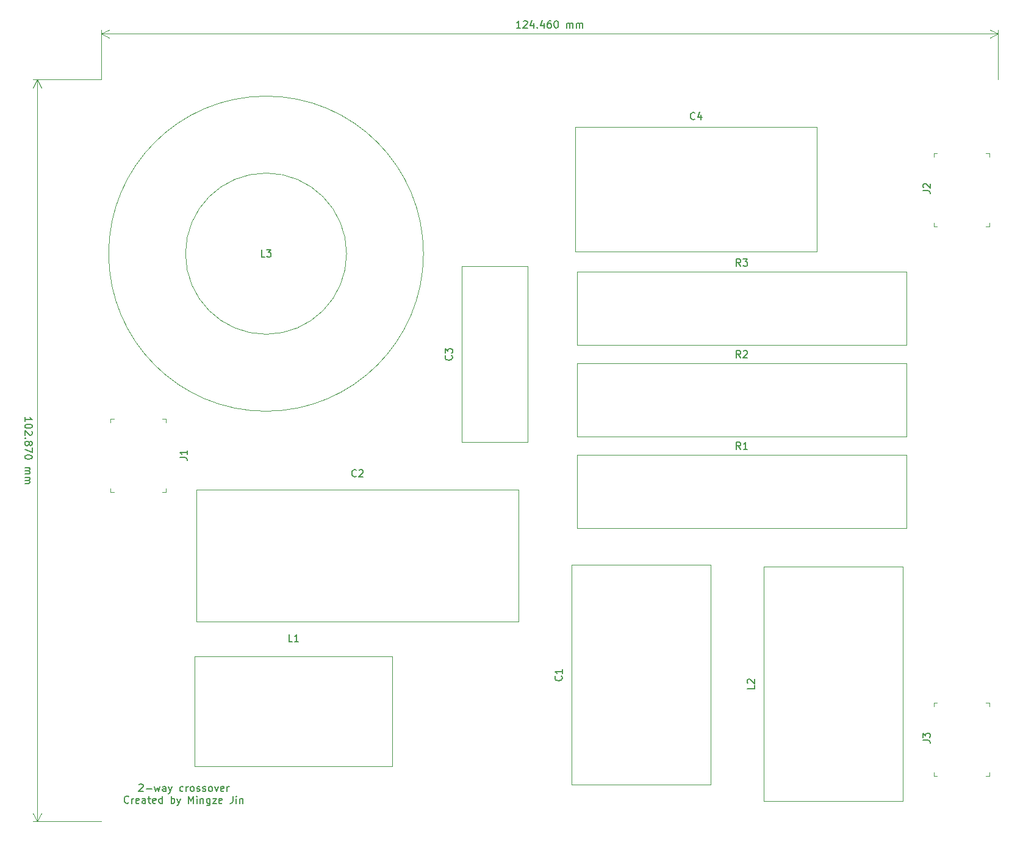
<source format=gbr>
G04 #@! TF.GenerationSoftware,KiCad,Pcbnew,(5.1.4)-1*
G04 #@! TF.CreationDate,2020-05-14T00:14:39-04:00*
G04 #@! TF.ProjectId,Crossover circuit,43726f73-736f-4766-9572-206369726375,rev?*
G04 #@! TF.SameCoordinates,Original*
G04 #@! TF.FileFunction,Legend,Top*
G04 #@! TF.FilePolarity,Positive*
%FSLAX46Y46*%
G04 Gerber Fmt 4.6, Leading zero omitted, Abs format (unit mm)*
G04 Created by KiCad (PCBNEW (5.1.4)-1) date 2020-05-14 00:14:39*
%MOMM*%
%LPD*%
G04 APERTURE LIST*
%ADD10C,0.150000*%
%ADD11C,0.120000*%
%ADD12C,0.100000*%
G04 APERTURE END LIST*
D10*
X82685714Y-138422619D02*
X82733333Y-138375000D01*
X82828571Y-138327380D01*
X83066666Y-138327380D01*
X83161904Y-138375000D01*
X83209523Y-138422619D01*
X83257142Y-138517857D01*
X83257142Y-138613095D01*
X83209523Y-138755952D01*
X82638095Y-139327380D01*
X83257142Y-139327380D01*
X83685714Y-138946428D02*
X84447619Y-138946428D01*
X84828571Y-138660714D02*
X85019047Y-139327380D01*
X85209523Y-138851190D01*
X85400000Y-139327380D01*
X85590476Y-138660714D01*
X86400000Y-139327380D02*
X86400000Y-138803571D01*
X86352380Y-138708333D01*
X86257142Y-138660714D01*
X86066666Y-138660714D01*
X85971428Y-138708333D01*
X86400000Y-139279761D02*
X86304761Y-139327380D01*
X86066666Y-139327380D01*
X85971428Y-139279761D01*
X85923809Y-139184523D01*
X85923809Y-139089285D01*
X85971428Y-138994047D01*
X86066666Y-138946428D01*
X86304761Y-138946428D01*
X86400000Y-138898809D01*
X86780952Y-138660714D02*
X87019047Y-139327380D01*
X87257142Y-138660714D02*
X87019047Y-139327380D01*
X86923809Y-139565476D01*
X86876190Y-139613095D01*
X86780952Y-139660714D01*
X88828571Y-139279761D02*
X88733333Y-139327380D01*
X88542857Y-139327380D01*
X88447619Y-139279761D01*
X88400000Y-139232142D01*
X88352380Y-139136904D01*
X88352380Y-138851190D01*
X88400000Y-138755952D01*
X88447619Y-138708333D01*
X88542857Y-138660714D01*
X88733333Y-138660714D01*
X88828571Y-138708333D01*
X89257142Y-139327380D02*
X89257142Y-138660714D01*
X89257142Y-138851190D02*
X89304761Y-138755952D01*
X89352380Y-138708333D01*
X89447619Y-138660714D01*
X89542857Y-138660714D01*
X90019047Y-139327380D02*
X89923809Y-139279761D01*
X89876190Y-139232142D01*
X89828571Y-139136904D01*
X89828571Y-138851190D01*
X89876190Y-138755952D01*
X89923809Y-138708333D01*
X90019047Y-138660714D01*
X90161904Y-138660714D01*
X90257142Y-138708333D01*
X90304761Y-138755952D01*
X90352380Y-138851190D01*
X90352380Y-139136904D01*
X90304761Y-139232142D01*
X90257142Y-139279761D01*
X90161904Y-139327380D01*
X90019047Y-139327380D01*
X90733333Y-139279761D02*
X90828571Y-139327380D01*
X91019047Y-139327380D01*
X91114285Y-139279761D01*
X91161904Y-139184523D01*
X91161904Y-139136904D01*
X91114285Y-139041666D01*
X91019047Y-138994047D01*
X90876190Y-138994047D01*
X90780952Y-138946428D01*
X90733333Y-138851190D01*
X90733333Y-138803571D01*
X90780952Y-138708333D01*
X90876190Y-138660714D01*
X91019047Y-138660714D01*
X91114285Y-138708333D01*
X91542857Y-139279761D02*
X91638095Y-139327380D01*
X91828571Y-139327380D01*
X91923809Y-139279761D01*
X91971428Y-139184523D01*
X91971428Y-139136904D01*
X91923809Y-139041666D01*
X91828571Y-138994047D01*
X91685714Y-138994047D01*
X91590476Y-138946428D01*
X91542857Y-138851190D01*
X91542857Y-138803571D01*
X91590476Y-138708333D01*
X91685714Y-138660714D01*
X91828571Y-138660714D01*
X91923809Y-138708333D01*
X92542857Y-139327380D02*
X92447619Y-139279761D01*
X92400000Y-139232142D01*
X92352380Y-139136904D01*
X92352380Y-138851190D01*
X92400000Y-138755952D01*
X92447619Y-138708333D01*
X92542857Y-138660714D01*
X92685714Y-138660714D01*
X92780952Y-138708333D01*
X92828571Y-138755952D01*
X92876190Y-138851190D01*
X92876190Y-139136904D01*
X92828571Y-139232142D01*
X92780952Y-139279761D01*
X92685714Y-139327380D01*
X92542857Y-139327380D01*
X93209523Y-138660714D02*
X93447619Y-139327380D01*
X93685714Y-138660714D01*
X94447619Y-139279761D02*
X94352380Y-139327380D01*
X94161904Y-139327380D01*
X94066666Y-139279761D01*
X94019047Y-139184523D01*
X94019047Y-138803571D01*
X94066666Y-138708333D01*
X94161904Y-138660714D01*
X94352380Y-138660714D01*
X94447619Y-138708333D01*
X94495238Y-138803571D01*
X94495238Y-138898809D01*
X94019047Y-138994047D01*
X94923809Y-139327380D02*
X94923809Y-138660714D01*
X94923809Y-138851190D02*
X94971428Y-138755952D01*
X95019047Y-138708333D01*
X95114285Y-138660714D01*
X95209523Y-138660714D01*
X81257142Y-140882142D02*
X81209523Y-140929761D01*
X81066666Y-140977380D01*
X80971428Y-140977380D01*
X80828571Y-140929761D01*
X80733333Y-140834523D01*
X80685714Y-140739285D01*
X80638095Y-140548809D01*
X80638095Y-140405952D01*
X80685714Y-140215476D01*
X80733333Y-140120238D01*
X80828571Y-140025000D01*
X80971428Y-139977380D01*
X81066666Y-139977380D01*
X81209523Y-140025000D01*
X81257142Y-140072619D01*
X81685714Y-140977380D02*
X81685714Y-140310714D01*
X81685714Y-140501190D02*
X81733333Y-140405952D01*
X81780952Y-140358333D01*
X81876190Y-140310714D01*
X81971428Y-140310714D01*
X82685714Y-140929761D02*
X82590476Y-140977380D01*
X82400000Y-140977380D01*
X82304761Y-140929761D01*
X82257142Y-140834523D01*
X82257142Y-140453571D01*
X82304761Y-140358333D01*
X82400000Y-140310714D01*
X82590476Y-140310714D01*
X82685714Y-140358333D01*
X82733333Y-140453571D01*
X82733333Y-140548809D01*
X82257142Y-140644047D01*
X83590476Y-140977380D02*
X83590476Y-140453571D01*
X83542857Y-140358333D01*
X83447619Y-140310714D01*
X83257142Y-140310714D01*
X83161904Y-140358333D01*
X83590476Y-140929761D02*
X83495238Y-140977380D01*
X83257142Y-140977380D01*
X83161904Y-140929761D01*
X83114285Y-140834523D01*
X83114285Y-140739285D01*
X83161904Y-140644047D01*
X83257142Y-140596428D01*
X83495238Y-140596428D01*
X83590476Y-140548809D01*
X83923809Y-140310714D02*
X84304761Y-140310714D01*
X84066666Y-139977380D02*
X84066666Y-140834523D01*
X84114285Y-140929761D01*
X84209523Y-140977380D01*
X84304761Y-140977380D01*
X85019047Y-140929761D02*
X84923809Y-140977380D01*
X84733333Y-140977380D01*
X84638095Y-140929761D01*
X84590476Y-140834523D01*
X84590476Y-140453571D01*
X84638095Y-140358333D01*
X84733333Y-140310714D01*
X84923809Y-140310714D01*
X85019047Y-140358333D01*
X85066666Y-140453571D01*
X85066666Y-140548809D01*
X84590476Y-140644047D01*
X85923809Y-140977380D02*
X85923809Y-139977380D01*
X85923809Y-140929761D02*
X85828571Y-140977380D01*
X85638095Y-140977380D01*
X85542857Y-140929761D01*
X85495238Y-140882142D01*
X85447619Y-140786904D01*
X85447619Y-140501190D01*
X85495238Y-140405952D01*
X85542857Y-140358333D01*
X85638095Y-140310714D01*
X85828571Y-140310714D01*
X85923809Y-140358333D01*
X87161904Y-140977380D02*
X87161904Y-139977380D01*
X87161904Y-140358333D02*
X87257142Y-140310714D01*
X87447619Y-140310714D01*
X87542857Y-140358333D01*
X87590476Y-140405952D01*
X87638095Y-140501190D01*
X87638095Y-140786904D01*
X87590476Y-140882142D01*
X87542857Y-140929761D01*
X87447619Y-140977380D01*
X87257142Y-140977380D01*
X87161904Y-140929761D01*
X87971428Y-140310714D02*
X88209523Y-140977380D01*
X88447619Y-140310714D02*
X88209523Y-140977380D01*
X88114285Y-141215476D01*
X88066666Y-141263095D01*
X87971428Y-141310714D01*
X89590476Y-140977380D02*
X89590476Y-139977380D01*
X89923809Y-140691666D01*
X90257142Y-139977380D01*
X90257142Y-140977380D01*
X90733333Y-140977380D02*
X90733333Y-140310714D01*
X90733333Y-139977380D02*
X90685714Y-140025000D01*
X90733333Y-140072619D01*
X90780952Y-140025000D01*
X90733333Y-139977380D01*
X90733333Y-140072619D01*
X91209523Y-140310714D02*
X91209523Y-140977380D01*
X91209523Y-140405952D02*
X91257142Y-140358333D01*
X91352380Y-140310714D01*
X91495238Y-140310714D01*
X91590476Y-140358333D01*
X91638095Y-140453571D01*
X91638095Y-140977380D01*
X92542857Y-140310714D02*
X92542857Y-141120238D01*
X92495238Y-141215476D01*
X92447619Y-141263095D01*
X92352380Y-141310714D01*
X92209523Y-141310714D01*
X92114285Y-141263095D01*
X92542857Y-140929761D02*
X92447619Y-140977380D01*
X92257142Y-140977380D01*
X92161904Y-140929761D01*
X92114285Y-140882142D01*
X92066666Y-140786904D01*
X92066666Y-140501190D01*
X92114285Y-140405952D01*
X92161904Y-140358333D01*
X92257142Y-140310714D01*
X92447619Y-140310714D01*
X92542857Y-140358333D01*
X92923809Y-140310714D02*
X93447619Y-140310714D01*
X92923809Y-140977380D01*
X93447619Y-140977380D01*
X94209523Y-140929761D02*
X94114285Y-140977380D01*
X93923809Y-140977380D01*
X93828571Y-140929761D01*
X93780952Y-140834523D01*
X93780952Y-140453571D01*
X93828571Y-140358333D01*
X93923809Y-140310714D01*
X94114285Y-140310714D01*
X94209523Y-140358333D01*
X94257142Y-140453571D01*
X94257142Y-140548809D01*
X93780952Y-140644047D01*
X95733333Y-139977380D02*
X95733333Y-140691666D01*
X95685714Y-140834523D01*
X95590476Y-140929761D01*
X95447619Y-140977380D01*
X95352380Y-140977380D01*
X96209523Y-140977380D02*
X96209523Y-140310714D01*
X96209523Y-139977380D02*
X96161904Y-140025000D01*
X96209523Y-140072619D01*
X96257142Y-140025000D01*
X96209523Y-139977380D01*
X96209523Y-140072619D01*
X96685714Y-140310714D02*
X96685714Y-140977380D01*
X96685714Y-140405952D02*
X96733333Y-140358333D01*
X96828571Y-140310714D01*
X96971428Y-140310714D01*
X97066666Y-140358333D01*
X97114285Y-140453571D01*
X97114285Y-140977380D01*
X66857619Y-88027380D02*
X66857619Y-87455952D01*
X66857619Y-87741666D02*
X67857619Y-87741666D01*
X67714761Y-87646428D01*
X67619523Y-87551190D01*
X67571904Y-87455952D01*
X67857619Y-88646428D02*
X67857619Y-88741666D01*
X67810000Y-88836904D01*
X67762380Y-88884523D01*
X67667142Y-88932142D01*
X67476666Y-88979761D01*
X67238571Y-88979761D01*
X67048095Y-88932142D01*
X66952857Y-88884523D01*
X66905238Y-88836904D01*
X66857619Y-88741666D01*
X66857619Y-88646428D01*
X66905238Y-88551190D01*
X66952857Y-88503571D01*
X67048095Y-88455952D01*
X67238571Y-88408333D01*
X67476666Y-88408333D01*
X67667142Y-88455952D01*
X67762380Y-88503571D01*
X67810000Y-88551190D01*
X67857619Y-88646428D01*
X67762380Y-89360714D02*
X67810000Y-89408333D01*
X67857619Y-89503571D01*
X67857619Y-89741666D01*
X67810000Y-89836904D01*
X67762380Y-89884523D01*
X67667142Y-89932142D01*
X67571904Y-89932142D01*
X67429047Y-89884523D01*
X66857619Y-89313095D01*
X66857619Y-89932142D01*
X66952857Y-90360714D02*
X66905238Y-90408333D01*
X66857619Y-90360714D01*
X66905238Y-90313095D01*
X66952857Y-90360714D01*
X66857619Y-90360714D01*
X67429047Y-90979761D02*
X67476666Y-90884523D01*
X67524285Y-90836904D01*
X67619523Y-90789285D01*
X67667142Y-90789285D01*
X67762380Y-90836904D01*
X67810000Y-90884523D01*
X67857619Y-90979761D01*
X67857619Y-91170238D01*
X67810000Y-91265476D01*
X67762380Y-91313095D01*
X67667142Y-91360714D01*
X67619523Y-91360714D01*
X67524285Y-91313095D01*
X67476666Y-91265476D01*
X67429047Y-91170238D01*
X67429047Y-90979761D01*
X67381428Y-90884523D01*
X67333809Y-90836904D01*
X67238571Y-90789285D01*
X67048095Y-90789285D01*
X66952857Y-90836904D01*
X66905238Y-90884523D01*
X66857619Y-90979761D01*
X66857619Y-91170238D01*
X66905238Y-91265476D01*
X66952857Y-91313095D01*
X67048095Y-91360714D01*
X67238571Y-91360714D01*
X67333809Y-91313095D01*
X67381428Y-91265476D01*
X67429047Y-91170238D01*
X67857619Y-91694047D02*
X67857619Y-92360714D01*
X66857619Y-91932142D01*
X67857619Y-92932142D02*
X67857619Y-93027380D01*
X67810000Y-93122619D01*
X67762380Y-93170238D01*
X67667142Y-93217857D01*
X67476666Y-93265476D01*
X67238571Y-93265476D01*
X67048095Y-93217857D01*
X66952857Y-93170238D01*
X66905238Y-93122619D01*
X66857619Y-93027380D01*
X66857619Y-92932142D01*
X66905238Y-92836904D01*
X66952857Y-92789285D01*
X67048095Y-92741666D01*
X67238571Y-92694047D01*
X67476666Y-92694047D01*
X67667142Y-92741666D01*
X67762380Y-92789285D01*
X67810000Y-92836904D01*
X67857619Y-92932142D01*
X66857619Y-94455952D02*
X67524285Y-94455952D01*
X67429047Y-94455952D02*
X67476666Y-94503571D01*
X67524285Y-94598809D01*
X67524285Y-94741666D01*
X67476666Y-94836904D01*
X67381428Y-94884523D01*
X66857619Y-94884523D01*
X67381428Y-94884523D02*
X67476666Y-94932142D01*
X67524285Y-95027380D01*
X67524285Y-95170238D01*
X67476666Y-95265476D01*
X67381428Y-95313095D01*
X66857619Y-95313095D01*
X66857619Y-95789285D02*
X67524285Y-95789285D01*
X67429047Y-95789285D02*
X67476666Y-95836904D01*
X67524285Y-95932142D01*
X67524285Y-96075000D01*
X67476666Y-96170238D01*
X67381428Y-96217857D01*
X66857619Y-96217857D01*
X67381428Y-96217857D02*
X67476666Y-96265476D01*
X67524285Y-96360714D01*
X67524285Y-96503571D01*
X67476666Y-96598809D01*
X67381428Y-96646428D01*
X66857619Y-96646428D01*
D11*
X68580000Y-40640000D02*
X68580000Y-143510000D01*
X77470000Y-40640000D02*
X67993579Y-40640000D01*
X77470000Y-143510000D02*
X67993579Y-143510000D01*
X68580000Y-143510000D02*
X67993579Y-142383496D01*
X68580000Y-143510000D02*
X69166421Y-142383496D01*
X68580000Y-40640000D02*
X67993579Y-41766504D01*
X68580000Y-40640000D02*
X69166421Y-41766504D01*
D10*
X135652380Y-33472380D02*
X135080952Y-33472380D01*
X135366666Y-33472380D02*
X135366666Y-32472380D01*
X135271428Y-32615238D01*
X135176190Y-32710476D01*
X135080952Y-32758095D01*
X136033333Y-32567619D02*
X136080952Y-32520000D01*
X136176190Y-32472380D01*
X136414285Y-32472380D01*
X136509523Y-32520000D01*
X136557142Y-32567619D01*
X136604761Y-32662857D01*
X136604761Y-32758095D01*
X136557142Y-32900952D01*
X135985714Y-33472380D01*
X136604761Y-33472380D01*
X137461904Y-32805714D02*
X137461904Y-33472380D01*
X137223809Y-32424761D02*
X136985714Y-33139047D01*
X137604761Y-33139047D01*
X137985714Y-33377142D02*
X138033333Y-33424761D01*
X137985714Y-33472380D01*
X137938095Y-33424761D01*
X137985714Y-33377142D01*
X137985714Y-33472380D01*
X138890476Y-32805714D02*
X138890476Y-33472380D01*
X138652380Y-32424761D02*
X138414285Y-33139047D01*
X139033333Y-33139047D01*
X139842857Y-32472380D02*
X139652380Y-32472380D01*
X139557142Y-32520000D01*
X139509523Y-32567619D01*
X139414285Y-32710476D01*
X139366666Y-32900952D01*
X139366666Y-33281904D01*
X139414285Y-33377142D01*
X139461904Y-33424761D01*
X139557142Y-33472380D01*
X139747619Y-33472380D01*
X139842857Y-33424761D01*
X139890476Y-33377142D01*
X139938095Y-33281904D01*
X139938095Y-33043809D01*
X139890476Y-32948571D01*
X139842857Y-32900952D01*
X139747619Y-32853333D01*
X139557142Y-32853333D01*
X139461904Y-32900952D01*
X139414285Y-32948571D01*
X139366666Y-33043809D01*
X140557142Y-32472380D02*
X140652380Y-32472380D01*
X140747619Y-32520000D01*
X140795238Y-32567619D01*
X140842857Y-32662857D01*
X140890476Y-32853333D01*
X140890476Y-33091428D01*
X140842857Y-33281904D01*
X140795238Y-33377142D01*
X140747619Y-33424761D01*
X140652380Y-33472380D01*
X140557142Y-33472380D01*
X140461904Y-33424761D01*
X140414285Y-33377142D01*
X140366666Y-33281904D01*
X140319047Y-33091428D01*
X140319047Y-32853333D01*
X140366666Y-32662857D01*
X140414285Y-32567619D01*
X140461904Y-32520000D01*
X140557142Y-32472380D01*
X142080952Y-33472380D02*
X142080952Y-32805714D01*
X142080952Y-32900952D02*
X142128571Y-32853333D01*
X142223809Y-32805714D01*
X142366666Y-32805714D01*
X142461904Y-32853333D01*
X142509523Y-32948571D01*
X142509523Y-33472380D01*
X142509523Y-32948571D02*
X142557142Y-32853333D01*
X142652380Y-32805714D01*
X142795238Y-32805714D01*
X142890476Y-32853333D01*
X142938095Y-32948571D01*
X142938095Y-33472380D01*
X143414285Y-33472380D02*
X143414285Y-32805714D01*
X143414285Y-32900952D02*
X143461904Y-32853333D01*
X143557142Y-32805714D01*
X143700000Y-32805714D01*
X143795238Y-32853333D01*
X143842857Y-32948571D01*
X143842857Y-33472380D01*
X143842857Y-32948571D02*
X143890476Y-32853333D01*
X143985714Y-32805714D01*
X144128571Y-32805714D01*
X144223809Y-32853333D01*
X144271428Y-32948571D01*
X144271428Y-33472380D01*
D11*
X201930000Y-34290000D02*
X77470000Y-34290000D01*
X201930000Y-40640000D02*
X201930000Y-33703579D01*
X77470000Y-40640000D02*
X77470000Y-33703579D01*
X77470000Y-34290000D02*
X78596504Y-33703579D01*
X77470000Y-34290000D02*
X78596504Y-34876421D01*
X201930000Y-34290000D02*
X200803496Y-33703579D01*
X201930000Y-34290000D02*
X200803496Y-34876421D01*
X111506000Y-64770000D02*
G75*
G03X111506000Y-64770000I-11176000J0D01*
G01*
X122174000Y-64770000D02*
G75*
G03X122174000Y-64770000I-21844000J0D01*
G01*
D12*
X193000000Y-127020000D02*
X193000000Y-127520000D01*
X193000000Y-127020000D02*
X193450000Y-127020000D01*
X193000000Y-137220000D02*
X193450000Y-137220000D01*
X193000000Y-137220000D02*
X193000000Y-136720000D01*
X200700000Y-137220000D02*
X200700000Y-136720000D01*
X200700000Y-137220000D02*
X200200000Y-137220000D01*
X200700000Y-127020000D02*
X200200000Y-127020000D01*
X200700000Y-127020000D02*
X200700000Y-127520000D01*
X193000000Y-50820000D02*
X193000000Y-51320000D01*
X193000000Y-50820000D02*
X193450000Y-50820000D01*
X193000000Y-61020000D02*
X193450000Y-61020000D01*
X193000000Y-61020000D02*
X193000000Y-60520000D01*
X200700000Y-61020000D02*
X200700000Y-60520000D01*
X200700000Y-61020000D02*
X200200000Y-61020000D01*
X200700000Y-50820000D02*
X200200000Y-50820000D01*
X200700000Y-50820000D02*
X200700000Y-51320000D01*
X86400000Y-97850000D02*
X86400000Y-97350000D01*
X86400000Y-97850000D02*
X85950000Y-97850000D01*
X86400000Y-87650000D02*
X85950000Y-87650000D01*
X86400000Y-87650000D02*
X86400000Y-88150000D01*
X78700000Y-87650000D02*
X78700000Y-88150000D01*
X78700000Y-87650000D02*
X79200000Y-87650000D01*
X78700000Y-97850000D02*
X79200000Y-97850000D01*
X78700000Y-97850000D02*
X78700000Y-97350000D01*
D11*
X143510000Y-77470000D02*
X143510000Y-67310000D01*
X189230000Y-77470000D02*
X143510000Y-77470000D01*
X189230000Y-67310000D02*
X189230000Y-77470000D01*
X143510000Y-67310000D02*
X189230000Y-67310000D01*
X143510000Y-90170000D02*
X143510000Y-80010000D01*
X189230000Y-90170000D02*
X143510000Y-90170000D01*
X189230000Y-80010000D02*
X189230000Y-90170000D01*
X143510000Y-80010000D02*
X189230000Y-80010000D01*
X143510000Y-102870000D02*
X143510000Y-92710000D01*
X189230000Y-102870000D02*
X143510000Y-102870000D01*
X189230000Y-92710000D02*
X189230000Y-102870000D01*
X143510000Y-92710000D02*
X189230000Y-92710000D01*
X169418000Y-140716000D02*
X169418000Y-124460000D01*
X188722000Y-140716000D02*
X169418000Y-140716000D01*
X188722000Y-108204000D02*
X188722000Y-140716000D01*
X169418000Y-108204000D02*
X188722000Y-108204000D01*
X169418000Y-108712000D02*
X169418000Y-108204000D01*
X169418000Y-124460000D02*
X169418000Y-108712000D01*
X117856000Y-135890000D02*
X103124000Y-135890000D01*
X117856000Y-120650000D02*
X117856000Y-135890000D01*
X90424000Y-120650000D02*
X117856000Y-120650000D01*
X90424000Y-135890000D02*
X90424000Y-120650000D01*
X103124000Y-135890000D02*
X90424000Y-135890000D01*
X176784000Y-64516000D02*
X160020000Y-64516000D01*
X176784000Y-47244000D02*
X176784000Y-64516000D01*
X143256000Y-47244000D02*
X176784000Y-47244000D01*
X143256000Y-64516000D02*
X143256000Y-47244000D01*
X160020000Y-64516000D02*
X143256000Y-64516000D01*
X127508000Y-90932000D02*
X127508000Y-78740000D01*
X136652000Y-90932000D02*
X127508000Y-90932000D01*
X136652000Y-66548000D02*
X136652000Y-90932000D01*
X127508000Y-66548000D02*
X136652000Y-66548000D01*
X127508000Y-78740000D02*
X127508000Y-66548000D01*
X90678000Y-97536000D02*
X113030000Y-97536000D01*
X90678000Y-115824000D02*
X90678000Y-97536000D01*
X135382000Y-115824000D02*
X90678000Y-115824000D01*
X135382000Y-97536000D02*
X135382000Y-115824000D01*
X113030000Y-97536000D02*
X135382000Y-97536000D01*
X142748000Y-107950000D02*
X143256000Y-107950000D01*
X142748000Y-138430000D02*
X143256000Y-138430000D01*
X162052000Y-107950000D02*
X162052000Y-123190000D01*
X143256000Y-107950000D02*
X162052000Y-107950000D01*
X142748000Y-138430000D02*
X142748000Y-107950000D01*
X162052000Y-138430000D02*
X143256000Y-138430000D01*
X162052000Y-123190000D02*
X162052000Y-138430000D01*
D10*
X100163333Y-65222380D02*
X99687142Y-65222380D01*
X99687142Y-64222380D01*
X100401428Y-64222380D02*
X101020476Y-64222380D01*
X100687142Y-64603333D01*
X100830000Y-64603333D01*
X100925238Y-64650952D01*
X100972857Y-64698571D01*
X101020476Y-64793809D01*
X101020476Y-65031904D01*
X100972857Y-65127142D01*
X100925238Y-65174761D01*
X100830000Y-65222380D01*
X100544285Y-65222380D01*
X100449047Y-65174761D01*
X100401428Y-65127142D01*
X191502380Y-132253333D02*
X192216666Y-132253333D01*
X192359523Y-132300952D01*
X192454761Y-132396190D01*
X192502380Y-132539047D01*
X192502380Y-132634285D01*
X191502380Y-131872380D02*
X191502380Y-131253333D01*
X191883333Y-131586666D01*
X191883333Y-131443809D01*
X191930952Y-131348571D01*
X191978571Y-131300952D01*
X192073809Y-131253333D01*
X192311904Y-131253333D01*
X192407142Y-131300952D01*
X192454761Y-131348571D01*
X192502380Y-131443809D01*
X192502380Y-131729523D01*
X192454761Y-131824761D01*
X192407142Y-131872380D01*
X191502380Y-56053333D02*
X192216666Y-56053333D01*
X192359523Y-56100952D01*
X192454761Y-56196190D01*
X192502380Y-56339047D01*
X192502380Y-56434285D01*
X191597619Y-55624761D02*
X191550000Y-55577142D01*
X191502380Y-55481904D01*
X191502380Y-55243809D01*
X191550000Y-55148571D01*
X191597619Y-55100952D01*
X191692857Y-55053333D01*
X191788095Y-55053333D01*
X191930952Y-55100952D01*
X192502380Y-55672380D01*
X192502380Y-55053333D01*
X88352380Y-93043333D02*
X89066666Y-93043333D01*
X89209523Y-93090952D01*
X89304761Y-93186190D01*
X89352380Y-93329047D01*
X89352380Y-93424285D01*
X89352380Y-92043333D02*
X89352380Y-92614761D01*
X89352380Y-92329047D02*
X88352380Y-92329047D01*
X88495238Y-92424285D01*
X88590476Y-92519523D01*
X88638095Y-92614761D01*
X166203333Y-66492380D02*
X165870000Y-66016190D01*
X165631904Y-66492380D02*
X165631904Y-65492380D01*
X166012857Y-65492380D01*
X166108095Y-65540000D01*
X166155714Y-65587619D01*
X166203333Y-65682857D01*
X166203333Y-65825714D01*
X166155714Y-65920952D01*
X166108095Y-65968571D01*
X166012857Y-66016190D01*
X165631904Y-66016190D01*
X166536666Y-65492380D02*
X167155714Y-65492380D01*
X166822380Y-65873333D01*
X166965238Y-65873333D01*
X167060476Y-65920952D01*
X167108095Y-65968571D01*
X167155714Y-66063809D01*
X167155714Y-66301904D01*
X167108095Y-66397142D01*
X167060476Y-66444761D01*
X166965238Y-66492380D01*
X166679523Y-66492380D01*
X166584285Y-66444761D01*
X166536666Y-66397142D01*
X166203333Y-79192380D02*
X165870000Y-78716190D01*
X165631904Y-79192380D02*
X165631904Y-78192380D01*
X166012857Y-78192380D01*
X166108095Y-78240000D01*
X166155714Y-78287619D01*
X166203333Y-78382857D01*
X166203333Y-78525714D01*
X166155714Y-78620952D01*
X166108095Y-78668571D01*
X166012857Y-78716190D01*
X165631904Y-78716190D01*
X166584285Y-78287619D02*
X166631904Y-78240000D01*
X166727142Y-78192380D01*
X166965238Y-78192380D01*
X167060476Y-78240000D01*
X167108095Y-78287619D01*
X167155714Y-78382857D01*
X167155714Y-78478095D01*
X167108095Y-78620952D01*
X166536666Y-79192380D01*
X167155714Y-79192380D01*
X166203333Y-91892380D02*
X165870000Y-91416190D01*
X165631904Y-91892380D02*
X165631904Y-90892380D01*
X166012857Y-90892380D01*
X166108095Y-90940000D01*
X166155714Y-90987619D01*
X166203333Y-91082857D01*
X166203333Y-91225714D01*
X166155714Y-91320952D01*
X166108095Y-91368571D01*
X166012857Y-91416190D01*
X165631904Y-91416190D01*
X167155714Y-91892380D02*
X166584285Y-91892380D01*
X166870000Y-91892380D02*
X166870000Y-90892380D01*
X166774761Y-91035238D01*
X166679523Y-91130476D01*
X166584285Y-91178095D01*
X168092380Y-124626666D02*
X168092380Y-125102857D01*
X167092380Y-125102857D01*
X167187619Y-124340952D02*
X167140000Y-124293333D01*
X167092380Y-124198095D01*
X167092380Y-123960000D01*
X167140000Y-123864761D01*
X167187619Y-123817142D01*
X167282857Y-123769523D01*
X167378095Y-123769523D01*
X167520952Y-123817142D01*
X168092380Y-124388571D01*
X168092380Y-123769523D01*
X103973333Y-118562380D02*
X103497142Y-118562380D01*
X103497142Y-117562380D01*
X104830476Y-118562380D02*
X104259047Y-118562380D01*
X104544761Y-118562380D02*
X104544761Y-117562380D01*
X104449523Y-117705238D01*
X104354285Y-117800476D01*
X104259047Y-117848095D01*
X159853333Y-46077142D02*
X159805714Y-46124761D01*
X159662857Y-46172380D01*
X159567619Y-46172380D01*
X159424761Y-46124761D01*
X159329523Y-46029523D01*
X159281904Y-45934285D01*
X159234285Y-45743809D01*
X159234285Y-45600952D01*
X159281904Y-45410476D01*
X159329523Y-45315238D01*
X159424761Y-45220000D01*
X159567619Y-45172380D01*
X159662857Y-45172380D01*
X159805714Y-45220000D01*
X159853333Y-45267619D01*
X160710476Y-45505714D02*
X160710476Y-46172380D01*
X160472380Y-45124761D02*
X160234285Y-45839047D01*
X160853333Y-45839047D01*
X126087142Y-78906666D02*
X126134761Y-78954285D01*
X126182380Y-79097142D01*
X126182380Y-79192380D01*
X126134761Y-79335238D01*
X126039523Y-79430476D01*
X125944285Y-79478095D01*
X125753809Y-79525714D01*
X125610952Y-79525714D01*
X125420476Y-79478095D01*
X125325238Y-79430476D01*
X125230000Y-79335238D01*
X125182380Y-79192380D01*
X125182380Y-79097142D01*
X125230000Y-78954285D01*
X125277619Y-78906666D01*
X125182380Y-78573333D02*
X125182380Y-77954285D01*
X125563333Y-78287619D01*
X125563333Y-78144761D01*
X125610952Y-78049523D01*
X125658571Y-78001904D01*
X125753809Y-77954285D01*
X125991904Y-77954285D01*
X126087142Y-78001904D01*
X126134761Y-78049523D01*
X126182380Y-78144761D01*
X126182380Y-78430476D01*
X126134761Y-78525714D01*
X126087142Y-78573333D01*
X112863333Y-95607142D02*
X112815714Y-95654761D01*
X112672857Y-95702380D01*
X112577619Y-95702380D01*
X112434761Y-95654761D01*
X112339523Y-95559523D01*
X112291904Y-95464285D01*
X112244285Y-95273809D01*
X112244285Y-95130952D01*
X112291904Y-94940476D01*
X112339523Y-94845238D01*
X112434761Y-94750000D01*
X112577619Y-94702380D01*
X112672857Y-94702380D01*
X112815714Y-94750000D01*
X112863333Y-94797619D01*
X113244285Y-94797619D02*
X113291904Y-94750000D01*
X113387142Y-94702380D01*
X113625238Y-94702380D01*
X113720476Y-94750000D01*
X113768095Y-94797619D01*
X113815714Y-94892857D01*
X113815714Y-94988095D01*
X113768095Y-95130952D01*
X113196666Y-95702380D01*
X113815714Y-95702380D01*
X141327142Y-123356666D02*
X141374761Y-123404285D01*
X141422380Y-123547142D01*
X141422380Y-123642380D01*
X141374761Y-123785238D01*
X141279523Y-123880476D01*
X141184285Y-123928095D01*
X140993809Y-123975714D01*
X140850952Y-123975714D01*
X140660476Y-123928095D01*
X140565238Y-123880476D01*
X140470000Y-123785238D01*
X140422380Y-123642380D01*
X140422380Y-123547142D01*
X140470000Y-123404285D01*
X140517619Y-123356666D01*
X141422380Y-122404285D02*
X141422380Y-122975714D01*
X141422380Y-122690000D02*
X140422380Y-122690000D01*
X140565238Y-122785238D01*
X140660476Y-122880476D01*
X140708095Y-122975714D01*
M02*

</source>
